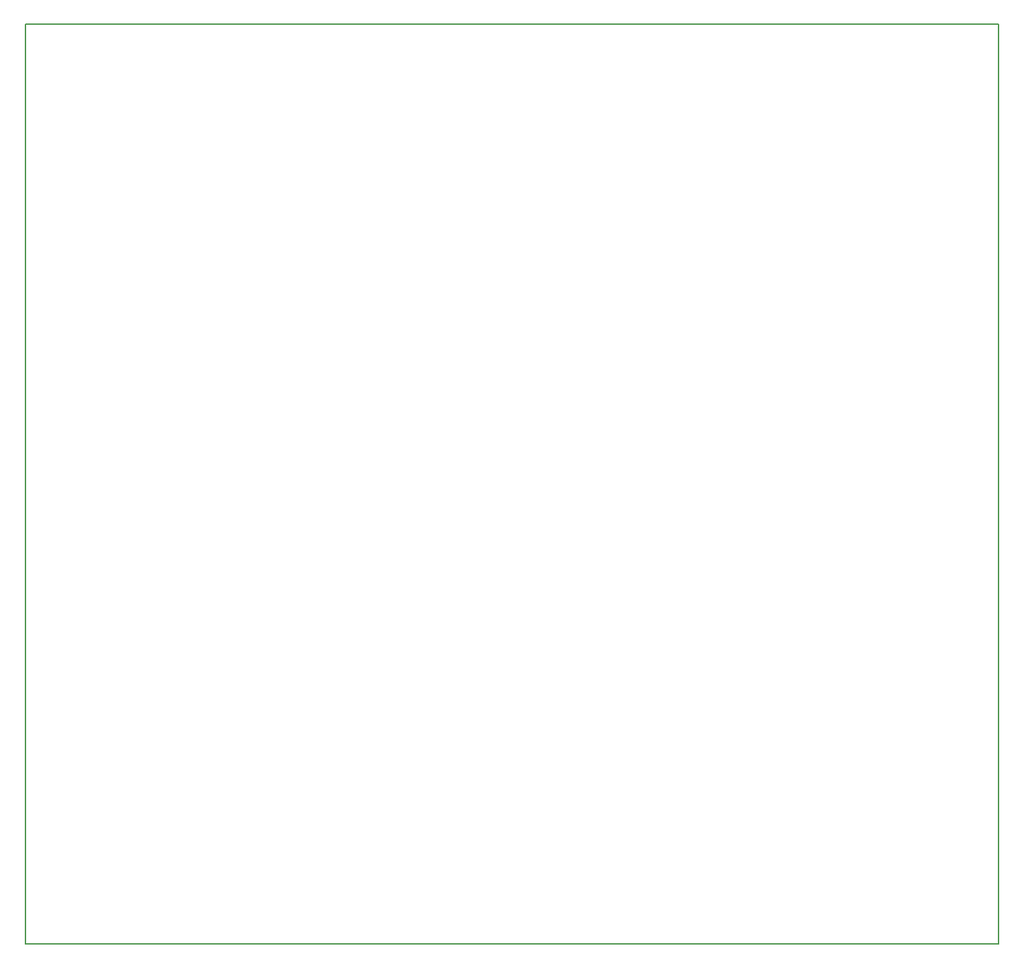
<source format=gm1>
G04 #@! TF.GenerationSoftware,KiCad,Pcbnew,7.0.8*
G04 #@! TF.CreationDate,2024-02-03T20:12:02-05:00*
G04 #@! TF.ProjectId,Control Box,436f6e74-726f-46c2-9042-6f782e6b6963,rev?*
G04 #@! TF.SameCoordinates,Original*
G04 #@! TF.FileFunction,Profile,NP*
%FSLAX46Y46*%
G04 Gerber Fmt 4.6, Leading zero omitted, Abs format (unit mm)*
G04 Created by KiCad (PCBNEW 7.0.8) date 2024-02-03 20:12:02*
%MOMM*%
%LPD*%
G01*
G04 APERTURE LIST*
G04 #@! TA.AperFunction,Profile*
%ADD10C,0.200000*%
G04 #@! TD*
G04 APERTURE END LIST*
D10*
X26000000Y12300000D02*
X149000000Y12300000D01*
X149000000Y-104000000D01*
X26000000Y-104000000D01*
X26000000Y12300000D01*
M02*

</source>
